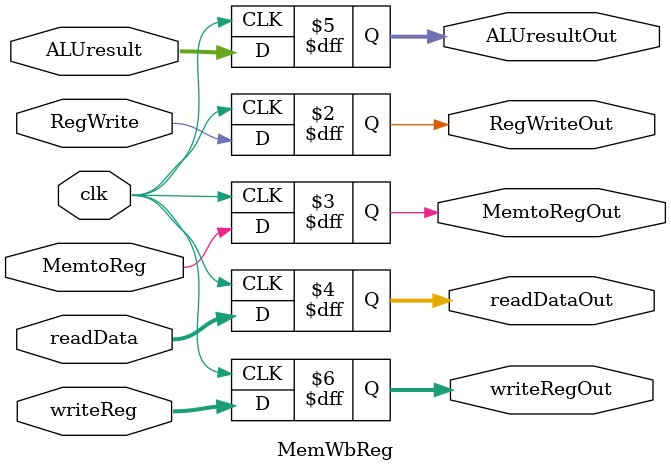
<source format=v>
module MemWbReg(clk, RegWrite, MemtoReg,ALUresult,readData,writeReg,RegWriteOut,MemtoRegOut,readDataOut,ALUresultOut,writeRegOut);
  
  input clk;
  input RegWrite, MemtoReg;
  input [4:0] writeReg;
  input [31:0] ALUresult, readData;
  output reg RegWriteOut, MemtoRegOut;
  output reg [31:0] readDataOut,ALUresultOut;
  output reg [4:0] writeRegOut;
  
  always@(posedge clk)
    begin
      RegWriteOut<=RegWrite;
      MemtoRegOut<=MemtoReg;
      readDataOut<=readData;
      ALUresultOut<=ALUresult;
      writeRegOut<=writeReg;
      
    end
  
  
endmodule
</source>
